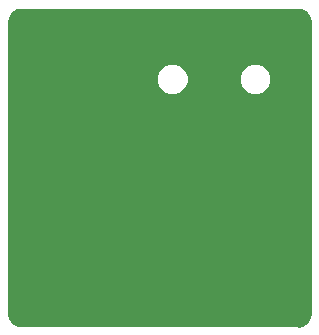
<source format=gbr>
G04 #@! TF.GenerationSoftware,KiCad,Pcbnew,(5.0.0)*
G04 #@! TF.CreationDate,2019-01-08T20:03:17-05:00*
G04 #@! TF.ProjectId,Headphone Breakout,4865616470686F6E6520427265616B6F,rev?*
G04 #@! TF.SameCoordinates,Original*
G04 #@! TF.FileFunction,Copper,L2,Bot,Signal*
G04 #@! TF.FilePolarity,Positive*
%FSLAX46Y46*%
G04 Gerber Fmt 4.6, Leading zero omitted, Abs format (unit mm)*
G04 Created by KiCad (PCBNEW (5.0.0)) date 01/08/19 20:03:17*
%MOMM*%
%LPD*%
G01*
G04 APERTURE LIST*
G04 #@! TA.AperFunction,ViaPad*
%ADD10C,0.800000*%
G04 #@! TD*
G04 #@! TA.AperFunction,Conductor*
%ADD11C,0.254000*%
G04 #@! TD*
G04 APERTURE END LIST*
D10*
G04 #@! TO.N,AGND*
X127635000Y-93980000D03*
X121793000Y-99695000D03*
X121539000Y-86995000D03*
G04 #@! TD*
D11*
G04 #@! TO.N,AGND*
G36*
X119307612Y-78459000D02*
X142820388Y-78459000D01*
X142837963Y-78455504D01*
X143059687Y-78488839D01*
X143343819Y-78625277D01*
X143575273Y-78839232D01*
X143733583Y-79111782D01*
X143798506Y-79391881D01*
X143791001Y-79429612D01*
X143791000Y-104212387D01*
X143794496Y-104229962D01*
X143761161Y-104451687D01*
X143624722Y-104735820D01*
X143410768Y-104967273D01*
X143138219Y-105125583D01*
X142858122Y-105190506D01*
X142820388Y-105183000D01*
X119307612Y-105183000D01*
X119290037Y-105186496D01*
X119068313Y-105153161D01*
X118784180Y-105016722D01*
X118552727Y-104802768D01*
X118394417Y-104530219D01*
X118329494Y-104250122D01*
X118337000Y-104212388D01*
X118337000Y-84052506D01*
X130756000Y-84052506D01*
X130756000Y-84603494D01*
X130966853Y-85112540D01*
X131356460Y-85502147D01*
X131865506Y-85713000D01*
X132416494Y-85713000D01*
X132925540Y-85502147D01*
X133315147Y-85112540D01*
X133526000Y-84603494D01*
X133526000Y-84052506D01*
X137756000Y-84052506D01*
X137756000Y-84603494D01*
X137966853Y-85112540D01*
X138356460Y-85502147D01*
X138865506Y-85713000D01*
X139416494Y-85713000D01*
X139925540Y-85502147D01*
X140315147Y-85112540D01*
X140526000Y-84603494D01*
X140526000Y-84052506D01*
X140315147Y-83543460D01*
X139925540Y-83153853D01*
X139416494Y-82943000D01*
X138865506Y-82943000D01*
X138356460Y-83153853D01*
X137966853Y-83543460D01*
X137756000Y-84052506D01*
X133526000Y-84052506D01*
X133315147Y-83543460D01*
X132925540Y-83153853D01*
X132416494Y-82943000D01*
X131865506Y-82943000D01*
X131356460Y-83153853D01*
X130966853Y-83543460D01*
X130756000Y-84052506D01*
X118337000Y-84052506D01*
X118337000Y-79429612D01*
X118333504Y-79412037D01*
X118366839Y-79190313D01*
X118503277Y-78906181D01*
X118717232Y-78674727D01*
X118989782Y-78516417D01*
X119269878Y-78451494D01*
X119307612Y-78459000D01*
X119307612Y-78459000D01*
G37*
X119307612Y-78459000D02*
X142820388Y-78459000D01*
X142837963Y-78455504D01*
X143059687Y-78488839D01*
X143343819Y-78625277D01*
X143575273Y-78839232D01*
X143733583Y-79111782D01*
X143798506Y-79391881D01*
X143791001Y-79429612D01*
X143791000Y-104212387D01*
X143794496Y-104229962D01*
X143761161Y-104451687D01*
X143624722Y-104735820D01*
X143410768Y-104967273D01*
X143138219Y-105125583D01*
X142858122Y-105190506D01*
X142820388Y-105183000D01*
X119307612Y-105183000D01*
X119290037Y-105186496D01*
X119068313Y-105153161D01*
X118784180Y-105016722D01*
X118552727Y-104802768D01*
X118394417Y-104530219D01*
X118329494Y-104250122D01*
X118337000Y-104212388D01*
X118337000Y-84052506D01*
X130756000Y-84052506D01*
X130756000Y-84603494D01*
X130966853Y-85112540D01*
X131356460Y-85502147D01*
X131865506Y-85713000D01*
X132416494Y-85713000D01*
X132925540Y-85502147D01*
X133315147Y-85112540D01*
X133526000Y-84603494D01*
X133526000Y-84052506D01*
X137756000Y-84052506D01*
X137756000Y-84603494D01*
X137966853Y-85112540D01*
X138356460Y-85502147D01*
X138865506Y-85713000D01*
X139416494Y-85713000D01*
X139925540Y-85502147D01*
X140315147Y-85112540D01*
X140526000Y-84603494D01*
X140526000Y-84052506D01*
X140315147Y-83543460D01*
X139925540Y-83153853D01*
X139416494Y-82943000D01*
X138865506Y-82943000D01*
X138356460Y-83153853D01*
X137966853Y-83543460D01*
X137756000Y-84052506D01*
X133526000Y-84052506D01*
X133315147Y-83543460D01*
X132925540Y-83153853D01*
X132416494Y-82943000D01*
X131865506Y-82943000D01*
X131356460Y-83153853D01*
X130966853Y-83543460D01*
X130756000Y-84052506D01*
X118337000Y-84052506D01*
X118337000Y-79429612D01*
X118333504Y-79412037D01*
X118366839Y-79190313D01*
X118503277Y-78906181D01*
X118717232Y-78674727D01*
X118989782Y-78516417D01*
X119269878Y-78451494D01*
X119307612Y-78459000D01*
G04 #@! TD*
M02*

</source>
